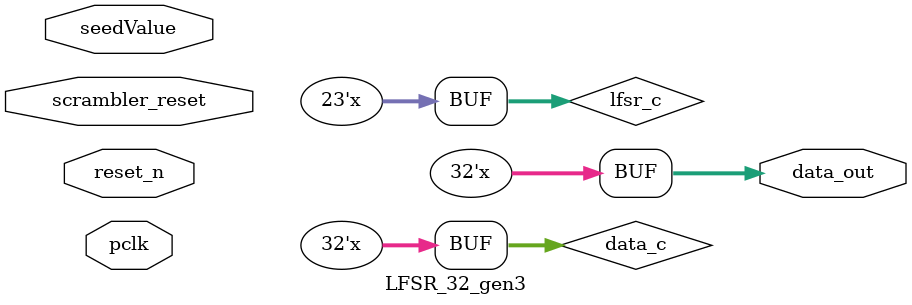
<source format=v>
module LFSR_32_gen3(seedValue, scrambler_reset, reset_n, pclk, data_out);

  input [23:0] seedValue;
  input scrambler_reset, reset_n, pclk;
  
  output wire [31:0] data_out;

  reg [22:0] lfsr_q,lfsr_c;
  reg [31:0] data_c;

  always @(*) begin

    if(scrambler_reset)
       lfsr_q <= 16'hFFFF;

    lfsr_c[0] =  lfsr_q[1] ^ lfsr_q[2] ^ lfsr_q[3] ^ lfsr_q[11] ^ lfsr_q[13] ^ lfsr_q[14] ^ lfsr_q[16] ^ lfsr_q[18] ^ lfsr_q[20] ^ lfsr_q[21] ^ lfsr_q[22];
    lfsr_c[1] =  lfsr_q[0] ^ lfsr_q[2] ^ lfsr_q[3] ^  lfsr_q[4] ^ lfsr_q[12] ^ lfsr_q[14] ^ lfsr_q[15] ^ lfsr_q[17] ^ lfsr_q[19] ^ lfsr_q[21] ^ lfsr_q[22];
    lfsr_c[2] =  lfsr_q[0] ^ lfsr_q[2] ^ lfsr_q[4] ^  lfsr_q[5] ^ lfsr_q[11] ^ lfsr_q[14] ^ lfsr_q[15] ^ lfsr_q[21];
    lfsr_c[3] =  lfsr_q[1] ^ lfsr_q[3] ^ lfsr_q[5] ^  lfsr_q[6] ^ lfsr_q[12] ^ lfsr_q[15] ^ lfsr_q[16] ^ lfsr_q[22];
    lfsr_c[4] =  lfsr_q[0] ^ lfsr_q[2] ^ lfsr_q[4] ^  lfsr_q[6] ^  lfsr_q[7] ^ lfsr_q[13] ^ lfsr_q[16] ^ lfsr_q[17];
    lfsr_c[5] =  lfsr_q[2] ^ lfsr_q[5] ^ lfsr_q[7] ^  lfsr_q[8] ^ lfsr_q[11] ^ lfsr_q[13] ^ lfsr_q[16] ^ lfsr_q[17] ^ lfsr_q[20] ^ lfsr_q[21] ^ lfsr_q[22];
    lfsr_c[6] =  lfsr_q[0] ^ lfsr_q[3] ^ lfsr_q[6] ^  lfsr_q[8] ^  lfsr_q[9] ^ lfsr_q[12] ^ lfsr_q[14] ^ lfsr_q[17] ^ lfsr_q[18] ^ lfsr_q[21] ^ lfsr_q[22];
    lfsr_c[7] =  lfsr_q[0] ^ lfsr_q[1] ^ lfsr_q[4] ^  lfsr_q[7] ^  lfsr_q[9] ^ lfsr_q[10] ^ lfsr_q[13] ^ lfsr_q[15] ^ lfsr_q[18] ^ lfsr_q[19] ^ lfsr_q[22];
    lfsr_c[8] =  lfsr_q[0] ^ lfsr_q[3] ^ lfsr_q[5] ^  lfsr_q[8] ^ lfsr_q[10] ^ lfsr_q[13] ^ lfsr_q[18] ^ lfsr_q[19] ^ lfsr_q[21] ^ lfsr_q[22];
    lfsr_c[9] =  lfsr_q[0] ^ lfsr_q[1] ^ lfsr_q[4] ^  lfsr_q[6] ^  lfsr_q[9] ^ lfsr_q[11] ^ lfsr_q[14] ^ lfsr_q[19] ^ lfsr_q[20] ^ lfsr_q[22];
    lfsr_c[10] = lfsr_q[1] ^ lfsr_q[2] ^ lfsr_q[5] ^  lfsr_q[7] ^ lfsr_q[10] ^ lfsr_q[12] ^ lfsr_q[15] ^ lfsr_q[20] ^ lfsr_q[21];
    lfsr_c[11] = lfsr_q[2] ^ lfsr_q[3] ^ lfsr_q[6] ^  lfsr_q[8] ^ lfsr_q[11] ^ lfsr_q[13] ^ lfsr_q[16] ^ lfsr_q[21] ^ lfsr_q[22];
    lfsr_c[12] = lfsr_q[0] ^ lfsr_q[3] ^ lfsr_q[4] ^  lfsr_q[7] ^  lfsr_q[9] ^ lfsr_q[12] ^ lfsr_q[14] ^ lfsr_q[17] ^ lfsr_q[22];
    lfsr_c[13] = lfsr_q[0] ^ lfsr_q[1] ^ lfsr_q[4] ^  lfsr_q[5] ^  lfsr_q[8] ^ lfsr_q[10] ^ lfsr_q[13] ^ lfsr_q[15] ^ lfsr_q[18];
    lfsr_c[14] = lfsr_q[0] ^ lfsr_q[1] ^ lfsr_q[2] ^  lfsr_q[5] ^  lfsr_q[6] ^  lfsr_q[9] ^ lfsr_q[11] ^ lfsr_q[14] ^ lfsr_q[16] ^ lfsr_q[19];
    lfsr_c[15] = lfsr_q[0] ^ lfsr_q[1] ^ lfsr_q[2] ^  lfsr_q[3] ^  lfsr_q[6] ^  lfsr_q[7] ^ lfsr_q[10] ^ lfsr_q[12] ^ lfsr_q[15] ^ lfsr_q[17] ^ lfsr_q[20];
    lfsr_c[16] = lfsr_q[4] ^ lfsr_q[7] ^ lfsr_q[8] ^ lfsr_q[14] ^ lfsr_q[20] ^ lfsr_q[22];
    lfsr_c[17] = lfsr_q[5] ^ lfsr_q[8] ^ lfsr_q[9] ^ lfsr_q[15] ^ lfsr_q[21];
    lfsr_c[18] = lfsr_q[0] ^ lfsr_q[6] ^ lfsr_q[9] ^ lfsr_q[10] ^ lfsr_q[16] ^ lfsr_q[22];
    lfsr_c[19] = lfsr_q[0] ^ lfsr_q[1] ^ lfsr_q[7] ^ lfsr_q[10] ^ lfsr_q[11] ^ lfsr_q[17];
    lfsr_c[20] = lfsr_q[1] ^ lfsr_q[2] ^ lfsr_q[8] ^ lfsr_q[11] ^ lfsr_q[12] ^ lfsr_q[18];
    lfsr_c[21] = lfsr_q[0] ^ lfsr_q[1] ^ lfsr_q[9] ^ lfsr_q[11] ^ lfsr_q[12] ^ lfsr_q[14] ^ lfsr_q[16] ^ lfsr_q[18] ^ lfsr_q[19] ^ lfsr_q[20] ^ lfsr_q[21] ^ lfsr_q[22];
    lfsr_c[22] = lfsr_q[0] ^ lfsr_q[1] ^ lfsr_q[2] ^ lfsr_q[10] ^ lfsr_q[12] ^ lfsr_q[13] ^ lfsr_q[15] ^ lfsr_q[17] ^ lfsr_q[19] ^ lfsr_q[20] ^ lfsr_q[21] ^ lfsr_q[22];

    data_c[0] =  lfsr_q[22];
    data_c[1] =  lfsr_q[21];
    data_c[2] =  lfsr_q[20] ^ lfsr_q[22];
    data_c[3] =  lfsr_q[19] ^ lfsr_q[21];
    data_c[4] =  lfsr_q[18] ^ lfsr_q[20] ^ lfsr_q[22];
    data_c[5] =  lfsr_q[17] ^ lfsr_q[19] ^ lfsr_q[21];
    data_c[6] =  lfsr_q[16] ^ lfsr_q[18] ^ lfsr_q[20] ^ lfsr_q[22];
    data_c[7] =  lfsr_q[15] ^ lfsr_q[17] ^ lfsr_q[19] ^ lfsr_q[21] ^ lfsr_q[22];
    data_c[8] =  lfsr_q[14] ^ lfsr_q[16] ^ lfsr_q[18] ^ lfsr_q[20] ^ lfsr_q[21] ^ lfsr_q[22];
    data_c[9] =  lfsr_q[13] ^ lfsr_q[15] ^ lfsr_q[17] ^ lfsr_q[19] ^ lfsr_q[20] ^ lfsr_q[21];
    data_c[10] = lfsr_q[12] ^ lfsr_q[14] ^ lfsr_q[16] ^ lfsr_q[18] ^ lfsr_q[19] ^ lfsr_q[20] ^ lfsr_q[22];
    data_c[11] = lfsr_q[11] ^ lfsr_q[13] ^ lfsr_q[15] ^ lfsr_q[17] ^ lfsr_q[18] ^ lfsr_q[19] ^ lfsr_q[21] ^ lfsr_q[22];
    data_c[12] = lfsr_q[10] ^ lfsr_q[12] ^ lfsr_q[14] ^ lfsr_q[16] ^ lfsr_q[17] ^ lfsr_q[18] ^ lfsr_q[20] ^ lfsr_q[21] ^ lfsr_q[22];
    data_c[13] =  lfsr_q[9] ^ lfsr_q[11] ^ lfsr_q[13] ^ lfsr_q[15] ^ lfsr_q[16] ^ lfsr_q[17] ^ lfsr_q[19] ^ lfsr_q[20] ^ lfsr_q[21];
    data_c[14] =  lfsr_q[8] ^ lfsr_q[10] ^ lfsr_q[12] ^ lfsr_q[14] ^ lfsr_q[15] ^ lfsr_q[16] ^ lfsr_q[18] ^ lfsr_q[19] ^ lfsr_q[20];
    data_c[15] =  lfsr_q[7] ^  lfsr_q[9] ^ lfsr_q[11] ^ lfsr_q[13] ^ lfsr_q[14] ^ lfsr_q[15] ^ lfsr_q[17] ^ lfsr_q[18] ^ lfsr_q[19];
    data_c[16] =  lfsr_q[6] ^  lfsr_q[8] ^ lfsr_q[10] ^ lfsr_q[12] ^ lfsr_q[13] ^ lfsr_q[14] ^ lfsr_q[16] ^ lfsr_q[17] ^ lfsr_q[18];
    data_c[17] =  lfsr_q[5] ^  lfsr_q[7] ^  lfsr_q[9] ^ lfsr_q[11] ^ lfsr_q[12] ^ lfsr_q[13] ^ lfsr_q[15] ^ lfsr_q[16] ^ lfsr_q[17];
    data_c[18] =  lfsr_q[4] ^  lfsr_q[6] ^  lfsr_q[8] ^ lfsr_q[10] ^ lfsr_q[11] ^ lfsr_q[12] ^ lfsr_q[14] ^ lfsr_q[15] ^ lfsr_q[16];
    data_c[19] =  lfsr_q[3] ^  lfsr_q[5] ^  lfsr_q[7] ^  lfsr_q[9] ^ lfsr_q[10] ^ lfsr_q[11] ^ lfsr_q[13] ^ lfsr_q[14] ^ lfsr_q[15];
    data_c[20] =  lfsr_q[2] ^  lfsr_q[4] ^  lfsr_q[6] ^  lfsr_q[8] ^  lfsr_q[9] ^ lfsr_q[10] ^ lfsr_q[12] ^ lfsr_q[13] ^ lfsr_q[14] ^ lfsr_q[22];
    data_c[21] =  lfsr_q[1] ^  lfsr_q[3] ^  lfsr_q[5] ^  lfsr_q[7] ^  lfsr_q[8] ^  lfsr_q[9] ^ lfsr_q[11] ^ lfsr_q[12] ^ lfsr_q[13] ^ lfsr_q[21];
    data_c[22] =  lfsr_q[0] ^  lfsr_q[2] ^  lfsr_q[4] ^  lfsr_q[6] ^  lfsr_q[7] ^  lfsr_q[8] ^ lfsr_q[10] ^ lfsr_q[11] ^ lfsr_q[12] ^ lfsr_q[20] ^ lfsr_q[22];
    data_c[23] =  lfsr_q[1] ^  lfsr_q[3] ^  lfsr_q[5] ^  lfsr_q[6] ^  lfsr_q[7] ^  lfsr_q[9] ^ lfsr_q[10] ^ lfsr_q[11] ^ lfsr_q[19] ^ lfsr_q[21] ^ lfsr_q[22];
    data_c[24] =  lfsr_q[0] ^  lfsr_q[2] ^  lfsr_q[4] ^  lfsr_q[5] ^  lfsr_q[6] ^  lfsr_q[8] ^  lfsr_q[9] ^ lfsr_q[10] ^ lfsr_q[18] ^ lfsr_q[20] ^ lfsr_q[21];
    data_c[25] =  lfsr_q[1] ^  lfsr_q[3] ^  lfsr_q[4] ^  lfsr_q[5] ^  lfsr_q[7] ^  lfsr_q[8] ^  lfsr_q[9] ^ lfsr_q[17] ^ lfsr_q[19] ^ lfsr_q[20] ^ lfsr_q[22];
    data_c[26] =  lfsr_q[0] ^  lfsr_q[2] ^  lfsr_q[3] ^  lfsr_q[4] ^  lfsr_q[6] ^  lfsr_q[7] ^  lfsr_q[8] ^ lfsr_q[16] ^ lfsr_q[18] ^ lfsr_q[19] ^ lfsr_q[21];
    data_c[27] =  lfsr_q[1] ^  lfsr_q[2] ^  lfsr_q[3] ^  lfsr_q[5] ^  lfsr_q[6] ^  lfsr_q[7] ^ lfsr_q[15] ^ lfsr_q[17] ^ lfsr_q[18] ^ lfsr_q[20] ^ lfsr_q[22];
    data_c[28] =  lfsr_q[0] ^  lfsr_q[1] ^  lfsr_q[2] ^  lfsr_q[4] ^  lfsr_q[5] ^  lfsr_q[6] ^ lfsr_q[14] ^ lfsr_q[16] ^ lfsr_q[17] ^ lfsr_q[19] ^ lfsr_q[21];
    data_c[29] =  lfsr_q[0] ^  lfsr_q[1] ^  lfsr_q[3] ^  lfsr_q[4] ^  lfsr_q[5] ^ lfsr_q[13] ^ lfsr_q[15] ^ lfsr_q[16] ^ lfsr_q[18] ^ lfsr_q[20] ^ lfsr_q[22];
    data_c[30] =  lfsr_q[0] ^  lfsr_q[2] ^  lfsr_q[3] ^  lfsr_q[4] ^ lfsr_q[12] ^ lfsr_q[14] ^ lfsr_q[15] ^ lfsr_q[17] ^ lfsr_q[19] ^ lfsr_q[21] ^ lfsr_q[22];
    data_c[31] =  lfsr_q[1] ^  lfsr_q[2] ^  lfsr_q[3] ^ lfsr_q[11] ^ lfsr_q[13] ^ lfsr_q[14] ^ lfsr_q[16] ^ lfsr_q[18] ^ lfsr_q[20] ^ lfsr_q[21] ^ lfsr_q[22];
  end

  always @(posedge pclk or negedge reset_n) begin

    if(~reset_n) 
      lfsr_q <= 23'hfffff; 
    else
      lfsr_q <= lfsr_c ;

  end

  assign data_out = data_c;

endmodule

</source>
